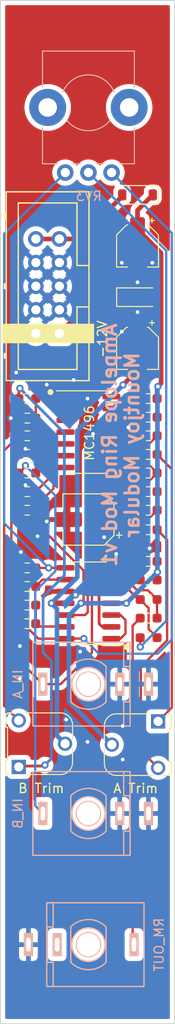
<source format=kicad_pcb>
(kicad_pcb (version 20221018) (generator pcbnew)
  (layers (0 "F.Cu" signal) (31 "B.Cu" signal) (34 "B.Paste" user) (35 "F.Paste" user) (36 "B.SilkS" user "B.Silkscreen") (37 "F.SilkS" user "F.Silkscreen") (38 "B.Mask" user) (39 "F.Mask" user) (44 "Edge.Cuts" user))
  (net 0 "")
  (net 1 "GND")
  (net 2 "Net-(C1-Pad1)")
  (net 3 "/A_IN")
  (net 4 "Net-(J2-Pad3)")
  (net 6 "+12V")
  (net 7 "VCC")
  (net 8 "Net-(R11-Pad1)")
  (net 9 "Net-(R3-Pad1)")
  (net 10 "Net-(R4-Pad2)")
  (net 11 "Net-(R4-Pad1)")
  (net 12 "Net-(R12-Pad1)")
  (net 13 "Net-(R12-Pad2)")
  (net 14 "Net-(R15-Pad2)")
  (net 15 "Net-(R10-Pad2)")
  (net 16 "Net-(R10-Pad1)")
  (net 17 "Net-(R15-Pad1)")
  (net 18 "Net-(R16-Pad1)")
  (net 19 "Net-(R17-Pad2)")
  (net 20 "Net-(R20-Pad1)")
  (net 21 "Net-(R21-Pad2)")
  (net 22 "Net-(R21-Pad1)")
  (net 23 "VEE")
  (net 28 "Net-(U1-Pad2)")
  (net 29 "-12V")
  (net 30 "Net-(J3-Pad3)")
  (net 31 "/MIX_RM")
  (net 32 "/MIX_OUT")
  (net 33 "Net-(R23-Pad1)")
  (net 34 "Net-(R24-Pad1)")
  (net 35 "Net-(U2-Pad1)")
  (footprint "Resistor_SMD:R_0603_1608Metric_Pad0.98x0.95mm_HandSolder" (layer "F.Cu") (at 138.9 102 180)
    (fp_text reference "R12" hide)
    (fp_text value "15K")
    (pad "1" smd roundrect (at -0.9125 0 180) (size 0.975 0.95) (layers "F.Cu" "F.Paste" "F.Mask") (net 12 "Net-(R12-Pad1)"))
    (pad "2" smd roundrect (at 0.9125 0 180) (size 0.975 0.95) (layers "F.Cu" "F.Paste" "F.Mask") (net 13 "Net-(R12-Pad2)"))
  )
  (footprint "Package_SO:SOIC-14_3.9x8.7mm_P1.27mm" (layer "F.Cu") (at 145.5 83.4)
    (fp_text reference "U1" hide)
    (fp_text value "MC1496" (at 0.1 0.1 90) (layer "F.SilkS"))
    (pad "1" smd roundrect (at -2.475 -3.81) (size 1.95 0.6) (layers "F.Cu" "F.Paste" "F.Mask") (net 21 "Net-(R21-Pad2)"))
    (pad "2" smd roundrect (at -2.475 -2.54) (size 1.95 0.6) (layers "F.Cu" "F.Paste" "F.Mask") (net 28 "Net-(U1-Pad2)"))
    (pad "3" smd roundrect (at -2.475 -1.27) (size 1.95 0.6) (layers "F.Cu" "F.Paste" "F.Mask") (net 28 "Net-(U1-Pad2)"))
    (pad "4" smd roundrect (at -2.475 0) (size 1.95 0.6) (layers "F.Cu" "F.Paste" "F.Mask") (net 18 "Net-(R16-Pad1)"))
    (pad "5" smd roundrect (at -2.475 1.27) (size 1.95 0.6) (layers "F.Cu" "F.Paste" "F.Mask") (net 19 "Net-(R17-Pad2)"))
    (pad "6" smd roundrect (at -2.475 2.54) (size 1.95 0.6) (layers "F.Cu" "F.Paste" "F.Mask") (net 13 "Net-(R12-Pad2)"))
    (pad "7" smd roundrect (at -2.475 3.81) (size 1.95 0.6) (layers "F.Cu" "F.Paste" "F.Mask"))
    (pad "8" smd roundrect (at 2.475 3.81) (size 1.95 0.6) (layers "F.Cu" "F.Paste" "F.Mask") (net 10 "Net-(R4-Pad2)"))
    (pad "9" smd roundrect (at 2.475 2.54) (size 1.95 0.6) (layers "F.Cu" "F.Paste" "F.Mask"))
    (pad "10" smd roundrect (at 2.475 1.27) (size 1.95 0.6) (layers "F.Cu" "F.Paste" "F.Mask") (net 8 "Net-(R11-Pad1)"))
    (pad "11" smd roundrect (at 2.475 0) (size 1.95 0.6) (layers "F.Cu" "F.Paste" "F.Mask"))
    (pad "12" smd roundrect (at 2.475 -1.27) (size 1.95 0.6) (layers "F.Cu" "F.Paste" "F.Mask") (net 14 "Net-(R15-Pad2)"))
    (pad "13" smd roundrect (at 2.475 -2.54) (size 1.95 0.6) (layers "F.Cu" "F.Paste" "F.Mask"))
    (pad "14" smd roundrect (at 2.475 -3.81) (size 1.95 0.6) (layers "F.Cu" "F.Paste" "F.Mask") (net 23 "VEE"))
  )
  (footprint "Resistor_SMD:R_0603_1608Metric_Pad0.98x0.95mm_HandSolder" (layer "F.Cu") (at 152 91.8)
    (fp_text reference "R5" hide)
    (fp_text value "2K7")
    (pad "1" smd roundrect (at -0.9125 0) (size 0.975 0.95) (layers "F.Cu" "F.Paste" "F.Mask") (net 10 "Net-(R4-Pad2)"))
    (pad "2" smd roundrect (at 0.9125 0) (size 0.975 0.95) (layers "F.Cu" "F.Paste" "F.Mask") (net 2 "Net-(C1-Pad1)"))
  )
  (footprint "Resistor_SMD:R_0603_1608Metric_Pad0.98x0.95mm_HandSolder" (layer "F.Cu") (at 138.9 79.8)
    (fp_text reference "R21" hide)
    (fp_text value "6K8")
    (pad "1" smd roundrect (at -0.9125 0) (size 0.975 0.95) (layers "F.Cu" "F.Paste" "F.Mask") (net 22 "Net-(R21-Pad1)"))
    (pad "2" smd roundrect (at 0.9125 0) (size 0.975 0.95) (layers "F.Cu" "F.Paste" "F.Mask") (net 21 "Net-(R21-Pad2)"))
  )
  (footprint "Resistor_SMD:R_0603_1608Metric_Pad0.98x0.95mm_HandSolder" (layer "F.Cu") (at 152 103.4)
    (fp_text reference "R14" hide)
    (fp_text value "470")
    (pad "1" smd roundrect (at -0.9125 0) (size 0.975 0.95) (layers "F.Cu" "F.Paste" "F.Mask") (net 30 "Net-(J3-Pad3)"))
    (pad "2" smd roundrect (at 0.9125 0) (size 0.975 0.95) (layers "F.Cu" "F.Paste" "F.Mask") (net 16 "Net-(R10-Pad1)"))
  )
  (footprint "Resistor_SMD:R_0603_1608Metric_Pad0.98x0.95mm_HandSolder" (layer "F.Cu") (at 152 105.5 180)
    (fp_text reference "R13" hide)
    (fp_text value "10K")
    (pad "1" smd roundrect (at -0.9125 0 180) (size 0.975 0.95) (layers "F.Cu" "F.Paste" "F.Mask") (net 15 "Net-(R10-Pad2)"))
    (pad "2" smd roundrect (at 0.9125 0 180) (size 0.975 0.95) (layers "F.Cu" "F.Paste" "F.Mask") (net 32 "/MIX_OUT"))
  )
  (footprint "Resistor_SMD:R_0603_1608Metric_Pad0.98x0.95mm_HandSolder" (layer "F.Cu") (at 138.9 98 180)
    (fp_text reference "R24" hide)
    (fp_text value "15K")
    (pad "1" smd roundrect (at -0.9125 0 180) (size 0.975 0.95) (layers "F.Cu" "F.Paste" "F.Mask") (net 34 "Net-(R24-Pad1)"))
    (pad "2" smd roundrect (at 0.9125 0 180) (size 0.975 0.95) (layers "F.Cu" "F.Paste" "F.Mask") (net 33 "Net-(R23-Pad1)"))
  )
  (footprint "Resistor_SMD:R_0603_1608Metric_Pad0.98x0.95mm_HandSolder" (layer "F.Cu") (at 152 83.8)
    (fp_text reference "R18" hide)
    (fp_text value "15K")
    (pad "1" smd roundrect (at -0.9125 0) (size 0.975 0.95) (layers "F.Cu" "F.Paste" "F.Mask") (net 1 "GND"))
    (pad "2" smd roundrect (at 0.9125 0) (size 0.975 0.95) (layers "F.Cu" "F.Paste" "F.Mask") (net 17 "Net-(R15-Pad1)"))
  )
  (footprint "Capacitor_SMD:CP_Elec_4x5.8" (layer "F.Cu") (at 150.8 74.4 -90)
    (fp_text reference "C3" hide)
    (fp_text value "22uF")
    (pad "1" smd roundrect (at -1.8 0 270) (size 2.6 1.6) (layers "F.Cu" "F.Paste" "F.Mask") (roundrect_rratio 0.15625) (net 1 "GND"))
    (pad "2" smd roundrect (at 1.8 0 270) (size 2.6 1.6) (layers "F.Cu" "F.Paste" "F.Mask") (roundrect_rratio 0.15625) (net 23 "VEE"))
  )
  (footprint "Diode_SMD:D_SOD-123" (layer "F.Cu") (at 150.8 57.9 180)
    (fp_text reference "D1" hide)
    (fp_text value "1N5819")
    (pad "1" smd roundrect (at -1.65 0 180) (size 0.9 1.2) (layers "F.Cu" "F.Paste" "F.Mask") (net 7 "VCC"))
    (pad "2" smd roundrect (at 1.65 0 180) (size 0.9 1.2) (layers "F.Cu" "F.Paste" "F.Mask") (net 6 "+12V"))
  )
  (footprint "Resistor_SMD:R_0603_1608Metric_Pad0.98x0.95mm_HandSolder" (layer "F.Cu") (at 138.9 104)
    (fp_text reference "R6" hide)
    (fp_text value "15K")
    (pad "1" smd roundrect (at -0.9125 0) (size 0.975 0.95) (layers "F.Cu" "F.Paste" "F.Mask") (net 31 "/MIX_RM"))
    (pad "2" smd roundrect (at 0.9125 0) (size 0.975 0.95) (layers "F.Cu" "F.Paste" "F.Mask") (net 12 "Net-(R12-Pad1)"))
  )
  (footprint "Package_SO:SOIC-14_3.9x8.7mm_P1.27mm" (layer "F.Cu") (at 145.5 101.8 180)
    (fp_text reference "U2" hide)
    (fp_text value "TL074")
    (pad "1" smd roundrect (at -2.475 -3.81 180) (size 1.95 0.6) (layers "F.Cu" "F.Paste" "F.Mask") (net 35 "Net-(U2-Pad1)"))
    (pad "2" smd roundrect (at -2.475 -2.54 180) (size 1.95 0.6) (layers "F.Cu" "F.Paste" "F.Mask") (net 1 "GND"))
    (pad "3" smd roundrect (at -2.475 -1.27 180) (size 1.95 0.6) (layers "F.Cu" "F.Paste" "F.Mask") (net 35 "Net-(U2-Pad1)"))
    (pad "4" smd roundrect (at -2.475 0 180) (size 1.95 0.6) (layers "F.Cu" "F.Paste" "F.Mask") (net 7 "VCC"))
    (pad "5" smd roundrect (at -2.475 1.27 180) (size 1.95 0.6) (layers "F.Cu" "F.Paste" "F.Mask") (net 1 "GND"))
    (pad "6" smd roundrect (at -2.475 2.54 180) (size 1.95 0.6) (layers "F.Cu" "F.Paste" "F.Mask") (net 15 "Net-(R10-Pad2)"))
    (pad "7" smd roundrect (at -2.475 3.81 180) (size 1.95 0.6) (layers "F.Cu" "F.Paste" "F.Mask") (net 16 "Net-(R10-Pad1)"))
    (pad "8" smd roundrect (at 2.475 3.81 180) (size 1.95 0.6) (layers "F.Cu" "F.Paste" "F.Mask") (net 34 "Net-(R24-Pad1)"))
    (pad "9" smd roundrect (at 2.475 2.54 180) (size 1.95 0.6) (layers "F.Cu" "F.Paste" "F.Mask") (net 33 "Net-(R23-Pad1)"))
    (pad "10" smd roundrect (at 2.475 1.27 180) (size 1.95 0.6) (layers "F.Cu" "F.Paste" "F.Mask") (net 1 "GND"))
    (pad "11" smd roundrect (at 2.475 0 180) (size 1.95 0.6) (layers "F.Cu" "F.Paste" "F.Mask") (net 23 "VEE"))
    (pad "12" smd roundrect (at 2.475 -1.27 180) (size 1.95 0.6) (layers "F.Cu" "F.Paste" "F.Mask") (net 17 "Net-(R15-Pad1)"))
    (pad "13" smd roundrect (at 2.475 -2.54 180) (size 1.95 0.6) (layers "F.Cu" "F.Paste" "F.Mask") (net 12 "Net-(R12-Pad1)"))
    (pad "14" smd roundrect (at 2.475 -3.81 180) (size 1.95 0.6) (layers "F.Cu" "F.Paste" "F.Mask") (net 31 "/MIX_RM"))
  )
  (footprint "Custom_Footprints:Eurorack_10_pin_header" (layer "F.Cu") (at 142.3625 72.8 90)
    (fp_text reference "J4" hide)
    (fp_text value "Eurorack_10_pin_power")
    (fp_text user "-12V" (at -0.6 4.6375 270) (layer "F.SilkS"))
    (pad "1" thru_hole rect (at 0 0 90) (size 1.7 1.7) (drill 1) (layers "*.Cu" "*.Mask") (net 29 "-12V"))
    (pad "2" thru_hole circle (at 0 -2.54 90) (size 1.7 1.7) (drill 1) (layers "*.Cu" "*.Mask") (net 29 "-12V"))
    (pad "3" thru_hole circle (at 2.54 0 90) (size 1.7 1.7) (drill 1) (layers "*.Cu" "*.Mask") (net 1 "GND"))
    (pad "4" thru_hole circle (at 2.54 -2.54 90) (size 1.7 1.7) (drill 1) (layers "*.Cu" "*.Mask") (net 1 "GND"))
    (pad "5" thru_hole circle (at 5.08 0 90) (size 1.7 1.7) (drill 1) (layers "*.Cu" "*.Mask") (net 1 "GND"))
    (pad "6" thru_hole circle (at 5.08 -2.54 90) (size 1.7 1.7) (drill 1) (layers "*.Cu" "*.Mask") (net 1 "GND"))
    (pad "7" thru_hole circle (at 7.62 0 90) (size 1.7 1.7) (drill 1) (layers "*.Cu" "*.Mask") (net 1 "GND"))
    (pad "8" thru_hole circle (at 7.62 -2.54 90) (size 1.7 1.7) (drill 1) (layers "*.Cu" "*.Mask") (net 1 "GND"))
    (pad "9" thru_hole circle (at 10.16 0 90) (size 1.7 1.7) (drill 1) (layers "*.Cu" "*.Mask") (net 6 "+12V"))
    (pad "10" thru_hole circle (at 10.16 -2.54 90) (size 1.7 1.7) (drill 1) (layers "*.Cu" "*.Mask") (net 6 "+12V"))
  )
  (footprint "Resistor_SMD:R_0603_1608Metric_Pad0.98x0.95mm_HandSolder" (layer "F.Cu") (at 152 81.8 180)
    (fp_text reference "R15" hide)
    (fp_text value "15K")
    (pad "1" smd roundrect (at -0.9125 0 180) (size 0.975 0.95) (layers "F.Cu" "F.Paste" "F.Mask") (net 17 "Net-(R15-Pad1)"))
    (pad "2" smd roundrect (at 0.9125 0 180) (size 0.975 0.95) (layers "F.Cu" "F.Paste" "F.Mask") (net 14 "Net-(R15-Pad2)"))
  )
  (footprint "Resistor_SMD:R_0603_1608Metric_Pad0.98x0.95mm_HandSolder" (layer "F.Cu") (at 138.9 100 180)
    (fp_text reference "R23" hide)
    (fp_text value "15K")
    (pad "1" smd roundrect (at -0.9125 0 180) (size 0.975 0.95) (layers "F.Cu" "F.Paste" "F.Mask") (net 33 "Net-(R23-Pad1)"))
    (pad "2" smd roundrect (at 0.9125 0 180) (size 0.975 0.95) (layers "F.Cu" "F.Paste" "F.Mask") (net 3 "/A_IN"))
  )
  (footprint "Capacitor_SMD:CP_Elec_4x5.8" (layer "F.Cu") (at 150.8 63.4 -90)
    (fp_text reference "C2" hide)
    (fp_text value "22uF")
    (pad "1" smd roundrect (at -1.8 0 270) (size 2.6 1.6) (layers "F.Cu" "F.Paste" "F.Mask") (roundrect_rratio 0.15625) (net 7 "VCC"))
    (pad "2" smd roundrect (at 1.8 0 270) (size 2.6 1.6) (layers "F.Cu" "F.Paste" "F.Mask") (roundrect_rratio 0.15625) (net 1 "GND"))
  )
  (footprint "Potentiometer_THT:Potentiometer_Runtron_RM-065_Vertical" (layer "F.Cu") (at 137.975 119.4 90)
    (fp_text reference "RV2" hide)
    (fp_text value "220")
    (pad "1" thru_hole rect (at 0 0 90) (size 1.55 1.55) (drill 1) (layers "*.Cu" "*.Mask") (net 22 "Net-(R21-Pad1)"))
    (pad "2" thru_hole circle (at 2.5 5 90) (size 1.55 1.55) (drill 1) (layers "*.Cu" "*.Mask") (net 23 "VEE"))
    (pad "3" thru_hole circle (at 5 0 90) (size 1.55 1.55) (drill 1) (layers "*.Cu" "*.Mask") (net 20 "Net-(R20-Pad1)"))
  )
  (footprint "Resistor_SMD:R_0603_1608Metric_Pad0.98x0.95mm_HandSolder" (layer "F.Cu") (at 138.9 91.8 180)
    (fp_text reference "R8" hide)
    (fp_text value "1K2")
    (pad "1" smd roundrect (at -0.9125 0 180) (size 0.975 0.95) (layers "F.Cu" "F.Paste" "F.Mask") (net 7 "VCC"))
    (pad "2" smd roundrect (at 0.9125 0 180) (size 0.975 0.95) (layers "F.Cu" "F.Paste" "F.Mask") (net 13 "Net-(R12-Pad2)"))
  )
  (footprint "Potentiometer_THT:Potentiometer_Runtron_RM-065_Vertical" (layer "F.Cu") (at 153.025 114.5 -90)
    (fp_text reference "RV1" hide)
    (fp_text value "500")
    (pad "1" thru_hole rect (at 0 0 270) (size 1.55 1.55) (drill 1) (layers "*.Cu" "*.Mask") (net 9 "Net-(R3-Pad1)"))
    (pad "2" thru_hole circle (at 2.5 5 270) (size 1.55 1.55) (drill 1) (layers "*.Cu" "*.Mask") (net 7 "VCC"))
    (pad "3" thru_hole circle (at 5 0 270) (size 1.55 1.55) (drill 1) (layers "*.Cu" "*.Mask") (net 11 "Net-(R4-Pad1)"))
  )
  (footprint "Resistor_SMD:R_0603_1608Metric_Pad0.98x0.95mm_HandSolder" (layer "F.Cu") (at 138.9 89.8)
    (fp_text reference "R17" hide)
    (fp_text value "6K8")
    (pad "1" smd roundrect (at -0.9125 0) (size 0.975 0.95) (layers "F.Cu" "F.Paste" "F.Mask") (net 1 "GND"))
    (pad "2" smd roundrect (at 0.9125 0) (size 0.975 0.95) (layers "F.Cu" "F.Paste" "F.Mask") (net 19 "Net-(R17-Pad2)"))
  )
  (footprint "Diode_SMD:D_SOD-123" (layer "F.Cu") (at 150.8 68.9)
    (fp_text reference "D2" hide)
    (fp_text value "1N5819")
    (pad "1" smd roundrect (at -1.65 0) (size 0.9 1.2) (layers "F.Cu" "F.Paste" "F.Mask") (net 29 "-12V"))
    (pad "2" smd roundrect (at 1.65 0) (size 0.9 1.2) (layers "F.Cu" "F.Paste" "F.Mask") (net 23 "VEE"))
  )
  (footprint "Resistor_SMD:R_0603_1608Metric_Pad0.98x0.95mm_HandSolder" (layer "F.Cu") (at 152 87.8 180)
    (fp_text reference "R11" hide)
    (fp_text value "180K")
    (pad "1" smd roundrect (at -0.9125 0 180) (size 0.975 0.95) (layers "F.Cu" "F.Paste" "F.Mask") (net 8 "Net-(R11-Pad1)"))
    (pad "2" smd roundrect (at 0.9125 0 180) (size 0.975 0.95) (layers "F.Cu" "F.Paste" "F.Mask") (net 3 "/A_IN"))
  )
  (footprint "Resistor_SMD:R_0603_1608Metric_Pad0.98x0.95mm_HandSolder" (layer "F.Cu") (at 152 97.3)
    (fp_text reference "R1" hide)
    (fp_text value "1K5")
    (pad "1" smd roundrect (at -0.9125 0) (size 0.975 0.95) (layers "F.Cu" "F.Paste" "F.Mask") (net 2 "Net-(C1-Pad1)"))
    (pad "2" smd roundrect (at 0.9125 0) (size 0.975 0.95) (layers "F.Cu" "F.Paste" "F.Mask") (net 1 "GND"))
  )
  (footprint "Resistor_SMD:R_0603_1608Metric_Pad0.98x0.95mm_HandSolder" (layer "F.Cu") (at 152 101.4 180)
    (fp_text reference "R10" hide)
    (fp_text value "68K")
    (pad "1" smd roundrect (at -0.9125 0 180) (size 0.975 0.95) (layers "F.Cu" "F.Paste" "F.Mask") (net 16 "Net-(R10-Pad1)"))
    (pad "2" smd roundrect (at 0.9125 0 180) (size 0.975 0.95) (layers "F.Cu" "F.Paste" "F.Mask") (net 15 "Net-(R10-Pad2)"))
  )
  (footprint "Resistor_SMD:R_0603_1608Metric_Pad0.98x0.95mm_HandSolder" (layer "F.Cu") (at 152 89.8)
    (fp_text reference "R7" hide)
    (fp_text value "2K7")
    (pad "1" smd roundrect (at -0.9125 0) (size 0.975 0.95) (layers "F.Cu" "F.Paste" "F.Mask") (net 8 "Net-(R11-Pad1)"))
    (pad "2" smd roundrect (at 0.9125 0) (size 0.975 0.95) (layers "F.Cu" "F.Paste" "F.Mask") (net 2 "Net-(C1-Pad1)"))
  )
  (footprint "Resistor_SMD:R_0603_1608Metric_Pad0.98x0.95mm_HandSolder" (layer "F.Cu") (at 138.9 81.9)
    (fp_text reference "R22" hide)
    (fp_text value "2K7")
    (pad "1" smd roundrect (at -0.9125 0) (size 0.975 0.95) (layers "F.Cu" "F.Paste" "F.Mask") (net 1 "GND"))
    (pad "2" smd roundrect (at 0.9125 0) (size 0.975 0.95) (layers "F.Cu" "F.Paste" "F.Mask") (net 21 "Net-(R21-Pad2)"))
  )
  (footprint "Resistor_SMD:R_0603_1608Metric_Pad0.98x0.95mm_HandSolder" (layer "F.Cu") (at 152 93.9 180)
    (fp_text reference "R4" hide)
    (fp_text value "12K")
    (pad "1" smd roundrect (at -0.9125 0 180) (size 0.975 0.95) (layers "F.Cu" "F.Paste" "F.Mask") (net 11 "Net-(R4-Pad1)"))
    (pad "2" smd roundrect (at 0.9125 0 180) (size 0.975 0.95) (layers "F.Cu" "F.Paste" "F.Mask") (net 10 "Net-(R4-Pad2)"))
  )
  (footprint "Resistor_SMD:R_0603_1608Metric_Pad0.98x0.95mm_HandSolder" (layer "F.Cu") (at 138.9 83.8)
    (fp_text reference "R20" hide)
    (fp_text value "6K8")
    (pad "1" smd roundrect (at -0.9125 0) (size 0.975 0.95) (layers "F.Cu" "F.Paste" "F.Mask") (net 20 "Net-(R20-Pad1)"))
    (pad "2" smd roundrect (at 0.9125 0) (size 0.975 0.95) (layers "F.Cu" "F.Paste" "F.Mask") (net 18 "Net-(R16-Pad1)"))
  )
  (footprint "Capacitor_SMD:CP_Elec_5x5.7" (layer "F.Cu") (at 145.5 92.8 180)
    (fp_text reference "C1" hide)
    (fp_text value "100uF 16V")
    (pad "1" smd roundrect (at -2.2 0 180) (size 3 1.6) (layers "F.Cu" "F.Paste" "F.Mask") (roundrect_rratio 0.15625) (net 2 "Net-(C1-Pad1)"))
    (pad "2" smd roundrect (at 2.2 0 180) (size 3 1.6) (layers "F.Cu" "F.Paste" "F.Mask") (roundrect_rratio 0.15625) (net 1 "GND"))
  )
  (footprint "Resistor_SMD:R_0603_1608Metric_Pad0.98x0.95mm_HandSolder" (layer "F.Cu") (at 138.9 87.8 180)
    (fp_text reference "R16" hide)
    (fp_text value "180K")
    (pad "1" smd roundrect (at -0.9125 0 180) (size 0.975 0.95) (layers "F.Cu" "F.Paste" "F.Mask") (net 18 "Net-(R16-Pad1)"))
    (pad "2" smd roundrect (at 0.9125 0 180) (size 0.975 0.95) (layers "F.Cu" "F.Paste" "F.Mask") (net 4 "Net-(J2-Pad3)"))
  )
  (footprint "Resistor_SMD:R_0603_1608Metric_Pad0.98x0.95mm_HandSolder" (layer "F.Cu") (at 152 99.3 180)
    (fp_text reference "R2" hide)
    (fp_text value "1K5")
    (pad "1" smd roundrect (at -0.9125 0 180) (size 0.975 0.95) (layers "F.Cu" "F.Paste" "F.Mask") (net 7 "VCC"))
    (pad "2" smd roundrect (at 0.9125 0 180) (size 0.975 0.95) (layers "F.Cu" "F.Paste" "F.Mask") (net 2 "Net-(C1-Pad1)"))
  )
  (footprint "Resistor_SMD:R_0603_1608Metric_Pad0.98x0.95mm_HandSolder" (layer "F.Cu") (at 152 85.8 180)
    (fp_text reference "R3" hide)
    (fp_text value "12K")
    (pad "1" smd roundrect (at -0.9125 0 180) (size 0.975 0.95) (layers "F.Cu" "F.Paste" "F.Mask") (net 9 "Net-(R3-Pad1)"))
    (pad "2" smd roundrect (at 0.9125 0 180) (size 0.975 0.95) (layers "F.Cu" "F.Paste" "F.Mask") (net 8 "Net-(R11-Pad1)"))
  )
  (footprint "Resistor_SMD:R_0603_1608Metric_Pad0.98x0.95mm_HandSolder" (layer "F.Cu") (at 152 79.8 180)
    (fp_text reference "R9" hide)
    (fp_text value "1K2")
    (pad "1" smd roundrect (at -0.9125 0 180) (size 0.975 0.95) (layers "F.Cu" "F.Paste" "F.Mask") (net 7 "VCC"))
    (pad "2" smd roundrect (at 0.9125 0 180) (size 0.975 0.95) (layers "F.Cu" "F.Paste" "F.Mask") (net 14 "Net-(R15-Pad2)"))
  )
  (footprint "Resistor_SMD:R_0603_1608Metric_Pad0.98x0.95mm_HandSolder" (layer "F.Cu") (at 138.9 85.8)
    (fp_text reference "R19" hide)
    (fp_text value "2K7")
    (pad "1" smd roundrect (at -0.9125 0) (size 0.975 0.95) (layers "F.Cu" "F.Paste" "F.Mask") (net 1 "GND"))
    (pad "2" smd roundrect (at 0.9125 0) (size 0.975 0.95) (layers "F.Cu" "F.Paste" "F.Mask") (net 18 "Net-(R16-Pad1)"))
  )
  (footprint "Custom_Footprints:THONKICONN_hole" (layer "B.Cu") (at 145.5 138.5 90)
    (fp_text reference "J3" hide)
    (fp_text value "RM_OUT" (at 0 7.62 90) (layer "B.SilkS") (effects (justify mirror)))
    (pad "" np_thru_hole circle (at 0 0 90) (size 2.5 2.5) (drill 2.5) (layers "*.Cu" "*.Mask"))
    (pad "1" thru_hole rect (at 0 -6.48 90) (size 2.5 1) (drill oval 1.5 0.5) (layers "*.Cu" "*.Mask" "B.SilkS") (net 1 "GND"))
    (pad "2" thru_hole rect (at 0 -3.38 90) (size 2.5 1) (drill oval 1.5 0.5) (layers "*.Cu" "*.Mask" "B.SilkS"))
    (pad "3" thru_hole rect (at 0 4.92 90) (size 2.5 1) (drill oval 1.5 0.5) (layers "*.Cu" "*.Mask" "B.SilkS") (net 30 "Net-(J3-Pad3)"))
  )
  (footprint "Custom_Footprints:THONKICONN_hole" (layer "B.Cu") (at 145.5 124.4 -90)
    (fp_text reference "J2" hide)
    (fp_text value "IN_B" (at 0 7.62 -270) (layer "B.SilkS") (effects (justify mirror)))
    (pad "" np_thru_hole circle (at 0 0 270) (size 2.5 2.5) (drill 2.5) (layers "*.Cu" "*.Mask"))
    (pad "1" thru_hole rect (at 0 -6.48 270) (size 2.5 1) (drill oval 1.5 0.5) (layers "*.Cu" "*.Mask" "B.SilkS") (net 1 "GND"))
    (pad "2" thru_hole rect (at 0 -3.38 270) (size 2.5 1) (drill oval 1.5 0.5) (layers "*.Cu" "*.Mask" "B.SilkS") (net 1 "GND"))
    (pad "3" thru_hole rect (at 0 4.92 270) (size 2.5 1) (drill oval 1.5 0.5) (layers "*.Cu" "*.Mask" "B.SilkS") (net 4 "Net-(J2-Pad3)"))
  )
  (footprint "Custom_Footprints:THONKICONN_hole" (layer "B.Cu") (at 145.5 110.5 -90)
    (fp_text reference "J1" hide)
    (fp_text value "IN_A" (at 0 7.62 90) (layer "B.SilkS") (effects (justify mirror)))
    (pad "" np_thru_hole circle (at 0 0 270) (size 2.5 2.5) (drill 2.5) (layers "*.Cu" "*.Mask"))
    (pad "1" thru_hole rect (at 0 -6.48 270) (size 2.5 1) (drill oval 1.5 0.5) (layers "*.Cu" "*.Mask" "B.SilkS") (net 1 "GND"))
    (pad "2" thru_hole rect (at 0 -3.38 270) (size 2.5 1) (drill oval 1.5 0.5) (layers "*.Cu" "*.Mask" "B.SilkS") (net 1 "GND"))
    (pad "3" thru_hole rect (at 0 4.92 270) (size 2.5 1) (drill oval 1.5 0.5) (layers "*.Cu" "*.Mask" "B.SilkS") (net 3 "/A_IN"))
  )
  (footprint "Custom_Footprints:Alpha_9mm_Potentiometer_Aligned" (layer "B.Cu") (at 145.5 48 180)
    (fp_text reference "RV3" (at -0.04 -10.04) (layer "B.SilkS") (effects (justify mirror)))
    (fp_text value "R_Potentiometer")
    (pad "" np_thru_hole circle (at -4.4 -0.5 90) (size 4 4) (drill 2) (layers "*.Cu" "*.Mask"))
    (pad "" np_thru_hole circle (at 4.4 -0.5 90) (size 4 4) (drill 2) (layers "*.Cu" "*.Mask"))
    (pad "1" thru_hole circle (at 2.5 -7.5 90) (size 1.8 1.8) (drill 1) (layers "*.Cu" "*.Mask") (net 34 "Net-(R24-Pad1)"))
    (pad "2" thru_hole circle (at 0 -7.5 90) (size 1.8 1.8) (drill 1) (layers "*.Cu" "*.Mask") (net 32 "/MIX_OUT"))
    (pad "3" thru_hole circle (at -2.5 -7.5 90) (size 1.8 1.8) (drill 1) (layers "*.Cu" "*.Mask") (net 31 "/MIX_RM"))
  )
  (gr_circle (center 149.6 106.5) (end 149.77066 106.5) (stroke (width 0.3)) (fill none) (layer "F.SilkS"))
  (gr_circle (center 141.4 79.1) (end 141.57066 79.1) (stroke (width 0.3)) (fill none) (layer "F.SilkS"))
  (gr_rect (start 136 37) (end 154.8 147) (stroke (width 0.1)) (fill none) (layer "Edge.Cuts"))
  (gr_text "Ampelope Ring Mod v1\nMountjoy Modular" (at 149 84.8 90) (layer "B.SilkS") (effects (font (size 1.5 1.5) (thickness 0.3)) (justify mirror)))
  (gr_text "A Trim" (at 150.6 121.7) (layer "F.SilkS") (effects (font (size 1 1))))
  (gr_text "B Trim" (at 140.4 121.7) (layer "F.SilkS") (effects (font (size 1 1))))
  (segment (start 146.64998 100.17998) (end 146.64998 97.632884) (width 0.3) (layer "F.Cu") (net 1))
  (segment (start 148.4 96.6) (end 148.5 96.5) (width 0.3) (layer "F.Cu") (net 1))
  (segment (start 147.682864 96.6) (end 148.4 96.6) (width 0.3) (layer "F.Cu") (net 1))
  (segment (start 147 100.53) (end 146.64998 100.17998) (width 0.3) (layer "F.Cu") (net 1))
  (segment (start 150.7 83.8) (end 149.8 82.9) (width 0.3) (layer "F.Cu") (net 1))
  (segment (start 147.975 104.34) (end 147 104.34) (width 0.3) (layer "F.Cu") (net 1))
  (segment (start 151.0875 83.8) (end 150.7 83.8) (width 0.3) (layer "F.Cu") (net 1))
  (segment (start 147 100.53) (end 147.975 100.53) (width 0.3) (layer "F.Cu") (net 1))
  (segment (start 146.64998 103.98998) (end 146.64998 100.88002) (width 0.3) (layer "F.Cu") (net 1))
  (segment (start 138.6875 89.1) (end 137.9875 89.8) (width 0.3) (layer "F.Cu") (net 1))
  (segment (start 138.7 89.1) (end 138.6875 89.1) (width 0.3) (layer "F.Cu") (net 1))
  (segment (start 146.64998 97.632884) (end 147.682864 96.6) (width 0.3) (layer "F.Cu") (net 1))
  (segment (start 146.64998 100.88002) (end 147 100.53) (width 0.3) (layer "F.Cu") (net 1))
  (segment (start 147 104.34) (end 146.64998 103.98998) (width 0.3) (layer "F.Cu") (net 1))
  (via (at 149.1 65.2) (size 0.8) (drill 0.4) (layers "F.Cu" "B.Cu") (net 1))
  (via (at 138.1 109.9) (size 0.8) (drill 0.4) (layers "F.Cu" "B.Cu") (net 1))
  (via (at 138.2 96.3) (size 0.8) (drill 0.4) (layers "F.Cu" "B.Cu") (net 1))
  (via (at 149.2 118.6) (size 0.8) (drill 0.4) (layers "F.Cu" "B.Cu") (net 1))
  (via (at 141 93) (size 0.8) (drill 0.4) (layers "F.Cu" "B.Cu") (net 1))
  (via (at 137.7 77) (size 0.8) (drill 0.4) (layers "F.Cu" "B.Cu") (net 1))
  (via (at 144.1 100.9) (size 0.8) (drill 0.4) (layers "F.Cu" "B.Cu") (net 1))
  (via (at 149.1 72.6) (size 0.8) (drill 0.4) (layers "F.Cu" "B.Cu") (net 1))
  (via (at 149.2 115) (size 0.8) (drill 0.4) (layers "F.Cu" "B.Cu") (net 1))
  (via (at 145.4 79.8) (size 0.8) (drill 0.4) (layers "F.Cu" "B.Cu") (net 1))
  (via (at 144.6 107) (size 0.8) (drill 0.4) (layers "F.Cu" "B.Cu") (net 1))
  (via (at 138.1 106.4) (size 0.8) (drill 0.4) (layers "F.Cu" "B.Cu") (net 1))
  (via (at 143.9 77.8) (size 0.8) (drill 0.4) (layers "F.Cu" "B.Cu") (net 1))
  (via (at 140 94.6) (size 0.8) (drill 0.4) (layers "F.Cu" "B.Cu") (net 1))
  (via (at 137.125 81.9) (size 0.8) (drill 0.4) (layers "F.Cu" "B.Cu") (net 1))
  (via (at 152.1 95.9) (size 0.8) (drill 0.4) (layers "F.Cu" "B.Cu") (net 1))
  (via (at 147.2 94.7) (size 0.8) (drill 0.4) (layers "F.Cu" "B.Cu") (net 1))
  (via (at 150.8 67.3) (size 0.8) (drill 0.4) (layers "F.Cu" "B.Cu") (net 1))
  (via (at 146 83.6) (size 0.8) (drill 0.4) (layers "F.Cu" "B.Cu") (net 1))
  (via (at 145.4 116.7) (size 0.8) (drill 0.4) (layers "F.Cu" "B.Cu") (net 1))
  (via (at 148.5 96.5) (size 0.8) (drill 0.4) (layers "F.Cu" "B.Cu") (net 1))
  (via (at 150.8 70.5) (size 0.8) (drill 0.4) (layers "F.Cu" "B.Cu") (net 1))
  (via (at 138.7 89.1) (size 0.8) (drill 0.4) (layers "F.Cu" "B.Cu") (net 1))
  (via (at 149.8 82.9) (size 0.8) (drill 0.4) (layers "F.Cu" "B.Cu") (net 1))
  (via (at 141 78.3) (size 0.8) (drill 0.4) (layers "F.Cu" "B.Cu") (net 1))
  (via (at 138.7 85.2) (size 0.8) (drill 0.4) (layers "F.Cu" "B.Cu") (net 1))
  (via (at 152.4 65.2) (size 0.8) (drill 0.4) (layers "F.Cu" "B.Cu") (net 1))
  (via (at 143.1 114.3) (size 0.8) (drill 0.4) (layers "F.Cu" "B.Cu") (net 1))
  (segment (start 152 94.7125) (end 152 92.7125) (width 0.25) (layer "F.Cu") (net 2))
  (segment (start 152.9125 91.8) (end 152.9125 89.8) (width 0.25) (layer "F.Cu") (net 2))
  (segment (start 148.2 92.8) (end 151.025 95.625) (width 0.25) (layer "F.Cu") (net 2))
  (segment (start 151.0875 95.625) (end 152 94.7125) (width 0.25) (layer "F.Cu") (net 2))
  (segment (start 151.025 95.625) (end 151.0875 95.625) (width 0.25) (layer "F.Cu") (net 2))
  (segment (start 147.7 92.8) (end 148.2 92.8) (width 0.25) (layer "F.Cu") (net 2))
  (segment (start 151.0875 97.3) (end 151.0875 99.3) (width 0.25) (layer "F.Cu") (net 2))
  (segment (start 152 92.7125) (end 152.9125 91.8) (width 0.25) (layer "F.Cu") (net 2))
  (segment (start 151.0875 97.3) (end 151.0875 95.625) (width 0.25) (layer "F.Cu") (net 2))
  (segment (start 137 100.9875) (end 137.9875 100) (width 0.25) (layer "F.Cu") (net 3))
  (segment (start 146.93498 86.56502) (end 149.85252 86.56502) (width 0.25) (layer "F.Cu") (net 3))
  (segment (start 145.87498 87.62502) (end 146.93498 86.56502) (width 0.25) (layer "F.Cu") (net 3))
  (segment (start 145.875031 107.124969) (end 145.875031 100.46559) (width 0.25) (layer "F.Cu") (net 3))
  (segment (start 140.58 110.5) (end 137 106.92) (width 0.25) (layer "F.Cu") (net 3))
  (segment (start 140.58 110.5) (end 142.5 110.5) (width 0.25) (layer "F.Cu") (net 3))
  (segment (start 145.875031 100.46559) (end 145.87498 100.465539) (width 0.25) (layer "F.Cu") (net 3))
  (segment (start 145.87498 100.465539) (end 145.87498 87.62502) (width 0.25) (layer "F.Cu") (net 3))
  (segment (start 142.5 110.5) (end 145.875031 107.124969) (width 0.25) (layer "F.Cu") (net 3))
  (segment (start 137 106.92) (end 137 100.9875) (width 0.25) (layer "F.Cu") (net 3))
  (segment (start 149.85252 86.56502) (end 151.0875 87.8) (width 0.25) (layer "F.Cu") (net 3))
  (segment (start 138.7 87.0875) (end 137.9875 87.8) (width 0.25) (layer "F.Cu") (net 4))
  (segment (start 138.7 87) (end 138.7 87.0875) (width 0.25) (layer "F.Cu") (net 4))
  (via (at 138.7 87) (size 0.8) (drill 0.4) (layers "F.Cu" "B.Cu") (net 4))
  (segment (start 139.754989 123.574989) (end 139.754989 100.518028) (width 0.25) (layer "B.Cu") (net 4))
  (segment (start 140.58 124.4) (end 139.754989 123.574989) (width 0.25) (layer "B.Cu") (net 4))
  (segment (start 141.925011 98.348006) (end 141.925011 90.225011) (width 0.25) (layer "B.Cu") (net 4))
  (segment (start 139.754989 100.518028) (end 141.925011 98.348006) (width 0.25) (layer "B.Cu") (net 4))
  (segment (start 141.925011 90.225011) (end 138.7 87) (width 0.25) (layer "B.Cu") (net 4))
  (segment (start 142.3625 62.64) (end 144.56 62.64) (width 0.5) (layer "F.Cu") (net 6))
  (segment (start 139.8225 62.64) (end 142.3625 62.64) (width 0.5) (layer "F.Cu") (net 6))
  (segment (start 144.56 62.64) (end 149.15 58.05) (width 0.5) (layer "F.Cu") (net 6))
  (segment (start 149.15 58.05) (end 149.15 57.9) (width 0.5) (layer "F.Cu") (net 6))
  (segment (start 152.9125 78.5875) (end 152.9125 79.8) (width 0.5) (layer "F.Cu") (net 7))
  (segment (start 152.9125 99.3) (end 152.9125 98.4875) (width 0.25) (layer "F.Cu") (net 7))
  (segment (start 152.45 57.9) (end 150.8 59.55) (width 0.5) (layer "F.Cu") (net 7))
  (segment (start 153.35002 78.14998) (end 152.9125 78.5875) (width 0.5) (layer "F.Cu") (net 7))
  (segment (start 153.35002 64.15002) (end 153.35002 78.14998) (width 0.5) (layer "F.Cu") (net 7))
  (segment (start 150.8 59.55) (end 150.8 61.6) (width 0.5) (layer "F.Cu") (net 7))
  (segment (start 150.8 61.6) (end 153.35002 64.15002) (width 0.5) (layer "F.Cu") (net 7))
  (segment (start 139.8125 93.1125) (end 139.8125 91.8) (width 0.25) (layer "F.Cu") (net 7))
  (segment (start 144.97494 101.525071) (end 144.97494 98.27494) (width 0.25) (layer "F.Cu") (net 7))
  (segment (start 147.975 101.8) (end 149.6 101.8) (width 0.3) (layer "F.Cu") (net 7))
  (segment (start 144.97494 98.27494) (end 139.8125 93.1125) (width 0.25) (layer "F.Cu") (net 7))
  (segment (start 144.700011 101.8) (end 144.97494 101.525071) (width 0.25) (layer "F.Cu") (net 7))
  (segment (start 152.9125 98.4875) (end 152.95 98.45) (width 0.25) (layer "F.Cu") (net 7))
  (via (at 149.6 101.8) (size 0.8) (drill 0.4) (layers "F.Cu" "B.Cu") (net 7))
  (via (at 152.95 98.45) (size 0.8) (drill 0.4) (layers "F.Cu" "B.Cu") (net 7))
  (via (at 153 78.5) (size 0.8) (drill 0.4) (layers "F.Cu" "B.Cu") (net 7))
  (via (at 144.700011 101.8) (size 0.8) (drill 0.4) (layers "F.Cu" "B.Cu") (net 7))
  (segment (start 149.6 101.8) (end 152.95 98.45) (width 0.5) (layer "B.Cu") (net 7))
  (segment (start 143.4 103.100011) (end 143.4 112.375) (width 0.5) (layer "B.Cu") (net 7))
  (segment (start 152.95 78.55) (end 152.95 98.45) (width 0.5) (layer "B.Cu") (net 7))
  (segment (start 153 78.5) (end 152.95 78.55) (width 0.5) (layer "B.Cu") (net 7))
  (segment (start 144.700011 101.8) (end 143.4 103.100011) (width 0.5) (layer "B.Cu") (net 7))
  (segment (start 143.4 112.375) (end 148.025 117) (width 0.5) (layer "B.Cu") (net 7))
  (segment (start 144.700011 101.8) (end 149.6 101.8) (width 0.5) (layer "B.Cu") (net 7))
  (segment (start 151.0875 89.625) (end 152.9125 87.8) (width 0.25) (layer "F.Cu") (net 8))
  (segment (start 151.0875 85.8) (end 149.9575 84.67) (width 0.25) (layer "F.Cu") (net 8))
  (segment (start 149.9575 84.67) (end 147.975 84.67) (width 0.25) (layer "F.Cu") (net 8))
  (segment (start 151.0875 85.975) (end 152.9125 87.8) (width 0.25) (layer "F.Cu") (net 8))
  (segment (start 154.5 113.025) (end 154.5 87.3875) (width 0.25) (layer "F.Cu") (net 9))
  (segment (start 153.025 114.5) (end 154.5 113.025) (width 0.25) (layer "F.Cu") (net 9))
  (segment (start 154.5 87.3875) (end 152.9125 85.8) (width 0.25) (layer "F.Cu") (net 9))
  (segment (start 151.0875 93.8) (end 151.0875 91.8) (width 0.25) (layer "F.Cu") (net 10))
  (segment (start 147.975 88.6875) (end 147.975 87.21) (width 0.25) (layer "F.Cu") (net 10))
  (segment (start 151.0875 91.8) (end 147.975 88.6875) (width 0.25) (layer "F.Cu") (net 10))
  (segment (start 151.154989 117.629989) (end 151.154989 108.645011) (width 0.25) (layer "F.Cu") (net 11))
  (segment (start 154 94.9875) (end 152.9125 93.9) (width 0.25) (layer "F.Cu") (net 11))
  (segment (start 151.154989 108.645011) (end 154 105.8) (width 0.25) (layer "F.Cu") (net 11))
  (segment (start 153.025 119.5) (end 151.154989 117.629989) (width 0.25) (layer "F.Cu") (net 11))
  (segment (start 154 105.8) (end 154 94.9875) (width 0.25) (layer "F.Cu") (net 11))
  (segment (start 140.1125 104.3) (end 142.985 104.3) (width 0.25) (layer "F.Cu") (net 12))
  (segment (start 139.8125 104) (end 140.1125 104.3) (width 0.25) (layer "F.Cu") (net 12))
  (segment (start 139.8125 102) (end 139.8125 104) (width 0.25) (layer "F.Cu") (net 12))
  (segment (start 142.985 104.3) (end 143.025 104.34) (width 0.25) (layer "F.Cu") (net 12))
  (segment (start 137.17498 92.61252) (end 137.9875 91.8) (width 0.25) (layer "F.Cu") (net 13))
  (segment (start 142.05 85.94) (end 143.025 85.94) (width 0.25) (layer "F.Cu") (net 13))
  (segment (start 138.270524 99) (end 137.5 99) (width 0.25) (layer "F.Cu") (net 13))
  (segment (start 140.4 90.8) (end 141.72498 89.47502) (width 0.25) (layer "F.Cu") (net 13))
  (segment (start 137.5 99) (end 137.17498 98.67498) (width 0.25) (layer "F.Cu") (net 13))
  (segment (start 138.9875 90.8) (end 140.4 90.8) (width 0.25) (layer "F.Cu") (net 13))
  (segment (start 141.72498 86.26502) (end 142.05 85.94) (width 0.25) (layer "F.Cu") (net 13))
  (segment (start 137.17498 98.67498) (end 137.17498 92.61252) (width 0.25) (layer "F.Cu") (net 13))
  (segment (start 137.9875 102) (end 138.9 101.0875) (width 0.25) (layer "F.Cu") (net 13))
  (segment (start 137.9875 91.8) (end 138.9875 90.8) (width 0.25) (layer "F.Cu") (net 13))
  (segment (start 141.72498 89.47502) (end 141.72498 86.26502) (width 0.25) (layer "F.Cu") (net 13))
  (segment (start 138.9 99.629476) (end 138.270524 99) (width 0.25) (layer "F.Cu") (net 13))
  (segment (start 138.9 101.0875) (end 138.9 99.629476) (width 0.25) (layer "F.Cu") (net 13))
  (segment (start 151.0875 79.8) (end 151.0875 81.8) (width 0.25) (layer "F.Cu") (net 14))
  (segment (start 151.0875 79.8) (end 148.7575 82.13) (width 0.25) (layer "F.Cu") (net 14))
  (segment (start 152 104.5875) (end 152 102.3125) (width 0.25) (layer "F.Cu") (net 15))
  (segment (start 152 102.3125) (end 151.0875 101.4) (width 0.25) (layer "F.Cu") (net 15))
  (segment (start 150.9 101.4) (end 148.76 99.26) (width 0.25) (layer "F.Cu") (net 15))
  (segment (start 152.9125 105.5) (end 152 104.5875) (width 0.25) (layer "F.Cu") (net 15))
  (segment (start 152.9125 101.4) (end 151.9125 100.4) (width 0.25) (layer "F.Cu") (net 16))
  (segment (start 152.9125 103.4) (end 152.9125 101.4) (width 0.25) (layer "F.Cu") (net 16))
  (segment (start 151.9125 100.4) (end 150.76178 100.4) (width 0.25) (layer "F.Cu") (net 16))
  (segment (start 150.76178 100.4) (end 148.35178 97.99) (width 0.25) (layer "F.Cu") (net 16))
  (segment (start 152.1125 84.6) (end 152.9125 83.8) (width 0.25) (layer "F.Cu") (net 17))
  (segment (start 145.13 103.07) (end 145.425011 102.774989) (width 0.25) (layer "F.Cu") (net 17))
  (segment (start 150.604476 84.6) (end 152.1125 84.6) (width 0.25) (layer "F.Cu") (net 17))
  (segment (start 145.42496 85.57326) (end 146.9732 84.02502) (width 0.25) (layer "F.Cu") (net 17))
  (segment (start 145.425011 100.651994) (end 145.42496 100.651943) (width 0.25) (layer "F.Cu") (net 17))
  (segment (start 152.9125 81.8) (end 152.9125 83.8) (width 0.25) (layer "F.Cu") (net 17))
  (segment (start 145.42496 100.651943) (end 145.42496 85.57326) (width 0.25) (layer "F.Cu") (net 17))
  (segment (start 145.425011 102.774989) (end 145.425011 100.651994) (width 0.25) (layer "F.Cu") (net 17))
  (segment (start 146.9732 84.02502) (end 150.029496 84.02502) (width 0.25) (layer "F.Cu") (net 17))
  (segment (start 143.025 103.07) (end 145.13 103.07) (width 0.25) (layer "F.Cu") (net 17))
  (segment (start 150.029496 84.02502) (end 150.604476 84.6) (width 0.25) (layer "F.Cu") (net 17))
  (segment (start 141.875 83.8) (end 142.275 83.4) (width 0.25) (layer "F.Cu") (net 18))
  (segment (start 139.8125 83.8) (end 139.8125 85.8) (width 0.25) (layer "F.Cu") (net 18))
  (segment (start 139.8125 87.8) (end 139.8125 85.8) (width 0.25) (layer "F.Cu") (net 18))
  (segment (start 139.8125 83.8) (end 141.875 83.8) (width 0.25) (layer "F.Cu") (net 18))
  (segment (start 142.275 83.4) (end 143.025 83.4) (width 0.25) (layer "F.Cu") (net 18))
  (segment (start 141.2 88.4125) (end 141.2 85.52) (width 0.25) (layer "F.Cu") (net 19))
  (segment (start 139.8125 89.8) (end 141.2 88.4125) (width 0.25) (layer "F.Cu") (net 19))
  (segment (start 141.2 85.52) (end 142.05 84.67) (width 0.25) (layer "F.Cu") (net 19))
  (segment (start 142.05 84.67) (end 143.025 84.67) (width 0.25) (layer "F.Cu") (net 19))
  (segment (start 137.975 114.4) (end 136.4 112.825) (width 0.25) (layer "F.Cu") (net 20))
  (segment (start 136.4 112.825) (end 136.4 85.3875) (width 0.25) (layer "F.Cu") (net 20))
  (segment (start 136.4 85.3875) (end 137.9875 83.8) (width 0.25) (layer "F.Cu") (net 20))
  (segment (start 139.8125 81.8) (end 139.8125 79.8) (width 0.25) (layer "F.Cu") (net 21))
  (segment (start 139.8125 79.8) (end 141.8 79.8) (width 0.25) (layer "F.Cu") (net 21))
  (segment (start 142.01 79.59) (end 143.025 79.59) (width 0.25) (layer "F.Cu") (net 21))
  (segment (start 142.915 79.7) (end 143.025 79.59) (width 0.3) (layer "F.Cu") (net 21))
  (segment (start 141.8 79.8) (end 142.01 79.59) (width 0.25) (layer "F.Cu") (net 21))
  (segment (start 137.9875 78.8125) (end 138.1 78.7) (width 0.3) (layer "F.Cu") (net 22))
  (segment (start 137.9875 79.8) (end 137.9875 78.8125) (width 0.3) (layer "F.Cu") (net 22))
  (segment (start 140.7 119.3) (end 138.075 119.3) (width 0.3) (layer "F.Cu") (net 22))
  (segment (start 138.075 119.3) (end 137.975 119.4) (width 0.3) (layer "F.Cu") (net 22))
  (segment (start 140.8 119.2) (end 140.7 119.3) (width 0.3) (layer "F.Cu") (net 22))
  (via (at 140.8 119.2) (size 0.8) (drill 0.4) (layers "F.Cu" "B.Cu") (net 22))
  (via (at 138.1 78.7) (size 0.8) (drill 0.4) (layers "F.Cu" "B.Cu") (net 22))
  (segment (start 140.6 107.1) (end 141.5 108) (width 0.3) (layer "B.Cu") (net 22))
  (segment (start 142.9 83.5) (end 142.9 98.8) (width 0.3) (layer "B.Cu") (net 22))
  (segment (start 138.1 78.7) (end 142.9 83.5) (width 0.3) (layer "B.Cu") (net 22))
  (segment (start 140.6 101.1) (end 140.6 107.1) (width 0.3) (layer "B.Cu") (net 22))
  (segment (start 141.5 118.5) (end 140.8 119.2) (width 0.3) (layer "B.Cu") (net 22))
  (segment (start 141.5 108) (end 141.5 118.5) (width 0.3) (layer "B.Cu") (net 22))
  (segment (start 142.9 98.8) (end 140.6 101.1) (width 0.3) (layer "B.Cu") (net 22))
  (segment (start 152.45 68.9) (end 152.45 75.115) (width 0.5) (layer "F.Cu") (net 23))
  (segment (start 141.5 101.8) (end 143.025 101.8) (width 0.5) (layer "F.Cu") (net 23))
  (segment (start 147.975 79.59) (end 149.2325 78.3325) (width 0.5) (layer "F.Cu") (net 23))
  (segment (start 152.45 75.115) (end 149.2325 78.3325) (width 0.5) (layer "F.Cu") (net 23))
  (segment (start 148.01 79.59) (end 147.975 79.59) (width 0.5) (layer "F.Cu") (net 23))
  (via (at 149.2325 78.3325) (size 0.8) (drill 0.4) (layers "F.Cu" "B.Cu") (net 23))
  (via (at 141.5 101.8) (size 0.8) (drill 0.4) (layers "F.Cu" "B.Cu") (net 23))
  (segment (start 142.1 102.4) (end 142.1 116.025) (width 0.5) (layer "B.Cu") (net 23))
  (segment (start 142.1 116.025) (end 142.975 116.9) (width 0.5) (layer "B.Cu") (net 23))
  (segment (start 141.5 101.8) (end 142.1 102.4) (width 0.5) (layer "B.Cu") (net 23))
  (segment (start 141.5 101.8) (end 144.3 99) (width 0.5) (layer "B.Cu") (net 23))
  (segment (start 144.3 83.265) (end 149.2325 78.3325) (width 0.5) (layer "B.Cu") (net 23))
  (segment (start 144.3 99) (end 144.3 83.265) (width 0.5) (layer "B.Cu") (net 23))
  (segment (start 143.025 80.86) (end 143.025 82.13) (width 0.25) (layer "F.Cu") (net 28))
  (segment (start 149.15 68.9) (end 146.2625 68.9) (width 0.5) (layer "F.Cu") (net 29))
  (segment (start 139.8225 72.8) (end 142.3625 72.8) (width 0.5) (layer "F.Cu") (net 29))
  (segment (start 146.2625 68.9) (end 142.3625 72.8) (width 0.5) (layer "F.Cu") (net 29))
  (segment (start 151.0875 103.4) (end 150.27498 104.21252) (width 0.25) (layer "F.Cu") (net 30))
  (segment (start 150.27498 104.21252) (end 150.27498 138.35498) (width 0.25) (layer "F.Cu") (net 30))
  (segment (start 137.9875 104) (end 138.475 104) (width 0.25) (layer "F.Cu") (net 31))
  (segment (start 140.085 105.61) (end 143.025 105.61) (width 0.25) (layer "F.Cu") (net 31))
  (segment (start 138.475 104) (end 140.085 105.61) (width 0.25) (layer "F.Cu") (net 31))
  (segment (start 145 105.6) (end 143.035 105.6) (width 0.25) (layer "F.Cu") (net 31))
  (via (at 145 105.6) (size 0.8) (drill 0.4) (layers "F.Cu" "B.Cu") (net 31))
  (segment (start 154.5 62) (end 148 55.5) (width 0.25) (layer "B.Cu") (net 31))
  (segment (start 154.5 105.7) (end 154.5 62) (width 0.25) (layer "B.Cu") (net 31))
  (segment (start 145 105.6) (end 146.625011 107.225011) (width 0.25) (layer "B.Cu") (net 31))
  (segment (start 152.974989 107.225011) (end 154.5 105.7) (width 0.25) (layer "B.Cu") (net 31))
  (segment (start 146.625011 107.225011) (end 152.974989 107.225011) (width 0.25) (layer "B.Cu") (net 31))
  (segment (start 151.1 106.5) (end 151.1 105.5125) (width 0.25) (layer "F.Cu") (net 32))
  (via (at 151.1 106.5) (size 0.8) (drill 0.4) (layers "F.Cu" "B.Cu") (net 32))
  (segment (start 153.9 103.7) (end 151.1 106.5) (width 0.25) (layer "B.Cu") (net 32))
  (segment (start 153.9 63.9) (end 153.9 103.7) (width 0.25) (layer "B.Cu") (net 32))
  (segment (start 145.5 55.5) (end 153.9 63.9) (width 0.25) (layer "B.Cu") (net 32))
  (segment (start 138.1 97.9) (end 139.8125 99.6125) (width 0.25) (layer "F.Cu") (net 33))
  (segment (start 139.8125 99.6125) (end 139.8125 100) (width 0.25) (layer "F.Cu") (net 33))
  (segment (start 139.8125 99.9875) (end 140.54 99.26) (width 0.25) (layer "F.Cu") (net 33))
  (segment (start 139.8125 100) (end 139.8125 99.9875) (width 0.25) (layer "F.Cu") (net 33))
  (segment (start 140.54 99.26) (end 143.025 99.26) (width 0.25) (layer "F.Cu") (net 33))
  (segment (start 143.025 99.26) (end 144 99.26) (width 0.25) (layer "F.Cu") (net 33))
  (segment (start 141.2 98) (end 143.015 98) (width 0.25) (layer "F.Cu") (net 34))
  (segment (start 139.8125 98) (end 141.2 98) (width 0.25) (layer "F.Cu") (net 34))
  (via (at 141.2 98) (size 0.8) (drill 0.4) (layers "F.Cu" "B.Cu") (net 34))
  (segment (start 136.4 62.1) (end 136.4 93.2) (width 0.25) (layer "B.Cu") (net 34))
  (segment (start 136.4 93.2) (end 141.2 98) (width 0.25) (layer "B.Cu") (net 34))
  (segment (start 143 55.5) (end 136.4 62.1) (width 0.25) (layer "B.Cu") (net 34))
  (segment (start 149.5 105.06) (end 149.5 103.6) (width 0.25) (layer "F.Cu") (net 35))
  (segment (start 148.97 103.07) (end 147.975 103.07) (width 0.25) (layer "F.Cu") (net 35))
  (segment (start 148.95 105.61) (end 149.5 105.06) (width 0.25) (layer "F.Cu") (net 35))
  (segment (start 149.5 103.6) (end 148.97 103.07) (width 0.25) (layer "F.Cu") (net 35))
  (segment (start 147.975 105.61) (end 148.95 105.61) (width 0.25) (layer "F.Cu") (net 35))
  (zone (net 1) (net_name "GND") (layers "F&B.Cu") (connect_pads (clearance 0.508)) (min_thickness 0.254) (fill yes (thermal_gap 0.508) (thermal_bridge_width 0.508))
    (polygon (pts (xy 154.8 147) (xy 136 147) (xy 136 37) (xy 154.8 37)))
  )
)
</source>
